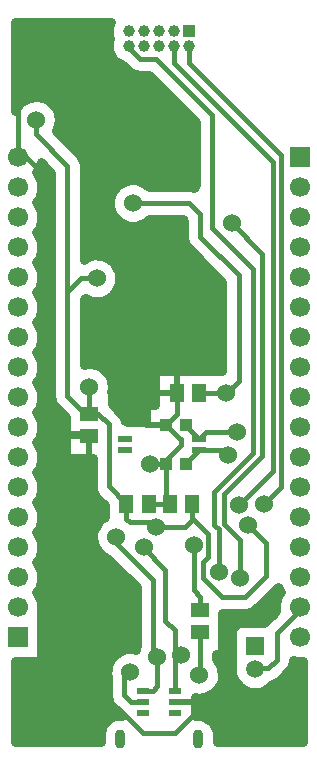
<source format=gbr>
G04 DipTrace 2.4.0.2*
%INBottom.gbr*%
%MOMM*%
%ADD14C,0.406*%
%ADD15C,0.254*%
%ADD18C,0.762*%
%ADD19C,0.508*%
%ADD22R,1.3X1.5*%
%ADD23R,1.5X1.3*%
%ADD25R,1.1X1.0*%
%ADD26R,1.7X1.7*%
%ADD27C,1.7*%
%ADD29O,0.9X1.6*%
%ADD32R,1.0X1.0*%
%ADD33C,1.0*%
%ADD35R,1.5X1.5*%
%ADD36C,1.5*%
%ADD40R,1.1X0.6*%
%ADD43R,1.2X0.6*%
%ADD44C,1.524*%
%FSLAX53Y53*%
G04*
G71*
G90*
G75*
G01*
%LNBottom*%
%LPD*%
X7565Y31352D2*
D15*
X7747D1*
X7955Y31560D1*
X7552Y29100D2*
D14*
X7565Y31352D1*
X21009Y19679D2*
D15*
X21351Y20056D1*
Y19793D1*
X16301Y21482D2*
D14*
Y20270D1*
X17670Y18902D1*
Y16989D1*
X17195Y16513D1*
Y15173D1*
X18793Y13574D1*
X20774D1*
X22536Y15335D1*
Y18152D1*
X21009Y19679D1*
X13257Y19517D2*
X12893Y19881D1*
X11023D1*
X10726Y20177D1*
Y21462D1*
X7552Y29100D2*
X8340D1*
X9256Y28184D1*
Y22933D1*
X10726Y21462D1*
X13257Y19517D2*
X15736D1*
X16301Y20082D1*
Y20270D1*
X3068Y53968D2*
Y52743D1*
X5741Y50069D1*
Y39399D1*
X6899Y40556D1*
X8214D1*
X7552Y29100D2*
X7262D1*
X5741Y30620D1*
Y39399D1*
X4521Y61417D2*
Y61341D1*
X4623Y61239D1*
X14099Y24850D2*
Y25159D1*
X15347Y26407D1*
Y26973D1*
X15253D1*
X14099Y28127D1*
X14401Y21482D2*
X14382Y21462D1*
X12626D1*
X14401Y21482D2*
X14099Y21784D1*
Y24850D1*
Y28127D2*
X15014Y29043D1*
Y30816D1*
X14099Y24850D2*
X12735D1*
X23114Y2371D2*
X19599D1*
X18378Y3592D1*
X17442D1*
X16353D1*
X14834Y2073D1*
X12100D1*
X10024Y4149D1*
X2985D1*
X1770Y2934D1*
X7552Y27200D2*
Y8716D1*
X2985Y4149D1*
X1524Y50800D2*
X2247D1*
X3813Y49234D1*
Y29507D1*
X5896Y27424D1*
X7328D1*
X7552Y27200D1*
X15014Y30816D2*
Y39912D1*
X8483Y46443D1*
Y47783D1*
Y53777D1*
X5305Y56955D1*
X10995D1*
X14812Y4674D2*
X16361D1*
X17442Y3592D1*
X1524Y50800D2*
Y55409D1*
X4178Y58062D1*
X4521Y58406D1*
Y61341D1*
X10062Y49663D2*
Y49362D1*
X8483Y47783D1*
X5305Y56955D2*
X4178Y58062D1*
X22881Y12251D2*
X21246D1*
X18961Y9965D1*
Y4175D1*
X18378Y3592D1*
X19205Y30816D2*
X16914D1*
X19205D2*
X20246Y31857D1*
Y40805D1*
X16984Y44067D1*
Y45996D1*
X16059Y46921D1*
X11276D1*
X16886Y6983D2*
X16947Y7044D1*
Y10564D1*
X11065Y7244D2*
X10559Y6737D1*
Y5256D1*
X11140Y4674D1*
X12112D1*
X25400Y12700D2*
X25668D1*
X23484Y10516D1*
Y8261D1*
X22748Y7524D1*
X21666D1*
X21597Y7455D1*
X14732Y60198D2*
Y58779D1*
X23108Y50403D1*
Y24228D1*
X20255Y21374D1*
X22392Y21451D2*
D15*
Y21672D1*
X16002Y60198D2*
D14*
Y58814D1*
X23817Y50999D1*
Y22876D1*
X22392Y21451D1*
X13348Y8519D2*
Y6025D1*
X12947Y5624D1*
X12112D1*
X13348Y8519D2*
X12973Y8894D1*
Y14993D1*
X9853Y18113D1*
Y18635D1*
X15319Y8694D2*
X14812Y8187D1*
Y5624D1*
X12213Y17829D2*
Y17677D1*
X14036Y15854D1*
Y11550D1*
X14846Y10740D1*
Y9166D1*
X15319Y8694D1*
X16441Y18004D2*
Y14154D1*
X16985Y13611D1*
Y12502D1*
X16947Y12464D1*
X19335Y25570D2*
D15*
Y25801D1*
X19250Y25885D1*
X15798Y24850D2*
D14*
Y24890D1*
X16916Y26008D1*
X18897D1*
X19335Y25570D1*
X20062Y27498D2*
D15*
Y27740D1*
X20026Y27776D1*
X15798Y28127D2*
D14*
Y28025D1*
X16916Y26908D1*
X20062Y27498D2*
X17506D1*
X16916Y26908D1*
X18567Y15697D2*
D15*
X18669Y15621D1*
X18898Y15392D1*
X18567Y15697D2*
D14*
Y19300D1*
X18176Y19691D1*
Y22472D1*
X21488Y25784D1*
Y41304D1*
X18009Y44782D1*
Y54342D1*
X13206Y59145D1*
X11867D1*
X10815Y60198D1*
X10922D1*
X20371Y15138D2*
D15*
Y15088D1*
X19671Y45226D2*
D14*
Y44867D1*
X19761Y44957D1*
X20371Y15138D2*
Y18382D1*
X18996Y19756D1*
Y22296D1*
X22247Y25547D1*
Y42650D1*
X19671Y45226D1*
D44*
X7565Y31352D3*
D3*
X21009Y19679D3*
D3*
X13257Y19517D3*
D3*
X3068Y53968D3*
X8214Y40556D3*
X4521Y61417D3*
X12735Y24850D3*
X1770Y2934D3*
X23114Y2371D3*
X10995Y56955D3*
X10062Y49663D3*
X22881Y12251D3*
X19205Y30816D3*
X11276Y46921D3*
X19205Y30816D3*
X16886Y6983D3*
X11065Y7244D3*
X20255Y21374D3*
X22392Y21451D3*
D3*
X13348Y8519D3*
X9853Y18635D3*
X13348Y8519D3*
X9853Y18635D3*
X15319Y8694D3*
X12213Y17829D3*
X15319Y8694D3*
X16441Y18004D3*
X19335Y25570D3*
D3*
X20062Y27498D3*
D3*
X18567Y15697D3*
D3*
X20371Y15138D3*
X19671Y45226D3*
X20371Y15138D3*
X19671Y45226D3*
X1346Y61471D2*
D18*
X9168D1*
X1346Y60713D2*
X9251D1*
X1346Y59954D2*
X9189D1*
X1346Y59195D2*
X9512D1*
X1346Y58437D2*
X10553D1*
X1346Y57678D2*
X12647D1*
X1346Y56919D2*
X13407D1*
X1346Y56161D2*
X14168D1*
X4445Y55402D2*
X14928D1*
X4956Y54643D2*
X15689D1*
X5081Y53885D2*
X16449D1*
X4883Y53126D2*
X16553D1*
X5466Y52367D2*
X16553D1*
X6226Y51609D2*
X16553D1*
X6956Y50850D2*
X16553D1*
X7195Y50091D2*
X16553D1*
X3320Y49333D2*
X4293D1*
X7195D2*
X16553D1*
X3601Y48574D2*
X4293D1*
X7195D2*
X10199D1*
X12362D2*
X16553D1*
X3570Y47815D2*
X4293D1*
X7195D2*
X9480D1*
X3226Y47057D2*
X4293D1*
X7195D2*
X9272D1*
X3539Y46298D2*
X4293D1*
X7195D2*
X9366D1*
X3612Y45539D2*
X4293D1*
X7195D2*
X9845D1*
X12706D2*
X15418D1*
X3393Y44781D2*
X4293D1*
X7195D2*
X15532D1*
X3435Y44022D2*
X4293D1*
X7195D2*
X15532D1*
X3622Y43263D2*
X4293D1*
X7195D2*
X15793D1*
X3508Y42505D2*
X4293D1*
X7195D2*
X16522D1*
X3299Y41746D2*
X4293D1*
X9820D2*
X17282D1*
X3591Y40987D2*
X4293D1*
X10174D2*
X18043D1*
X3581Y40229D2*
X4293D1*
X10195D2*
X18793D1*
X3247Y39470D2*
X4293D1*
X9893D2*
X18793D1*
X3528Y38711D2*
X4293D1*
X8872D2*
X18793D1*
X3622Y37953D2*
X4293D1*
X7195D2*
X18793D1*
X3414Y37194D2*
X4293D1*
X7195D2*
X18793D1*
X3424Y36435D2*
X4293D1*
X7195D2*
X18793D1*
X3622Y35677D2*
X4293D1*
X7195D2*
X18793D1*
X3518Y34918D2*
X4293D1*
X7195D2*
X18793D1*
X3268Y34159D2*
X4293D1*
X7195D2*
X18793D1*
X3591Y33401D2*
X4293D1*
X7195D2*
X18793D1*
X3591Y32642D2*
X4293D1*
X9081D2*
X13116D1*
X3278Y31883D2*
X4293D1*
X9497D2*
X13116D1*
X3518Y31125D2*
X4293D1*
X9560D2*
X13116D1*
X3622Y30366D2*
X4314D1*
X9549D2*
X13116D1*
X3424Y29607D2*
X4730D1*
X9851D2*
X12303D1*
X3403Y28849D2*
X5491D1*
X10539D2*
X12303D1*
X3622Y28090D2*
X5553D1*
X3528Y27331D2*
X5553D1*
X3247Y26573D2*
X5553D1*
X3581Y25814D2*
X5553D1*
X3591Y25055D2*
X7803D1*
X3299Y24297D2*
X7803D1*
X3508Y23538D2*
X7803D1*
X3622Y22779D2*
X7814D1*
X3445Y22021D2*
X8147D1*
X3393Y21262D2*
X8824D1*
X3612Y20503D2*
X8824D1*
X3539Y19745D2*
X8189D1*
X3226Y18986D2*
X7876D1*
X3570Y18227D2*
X7887D1*
X3601Y17469D2*
X8230D1*
X3320Y16710D2*
X9230D1*
X3497Y15951D2*
X9991D1*
X3622Y15193D2*
X10751D1*
X3456Y14434D2*
X11512D1*
X3372Y13675D2*
X11522D1*
X22903D2*
X23553D1*
X3612Y12917D2*
X11522D1*
X22143D2*
X23314D1*
X3622Y12158D2*
X11522D1*
X18945D2*
X23105D1*
X3622Y11399D2*
X11522D1*
X18945D2*
X22355D1*
X3622Y10641D2*
X11522D1*
X18945D2*
X19595D1*
X3622Y9882D2*
X11522D1*
X18945D2*
X19595D1*
X3622Y9123D2*
X10532D1*
X18945D2*
X19595D1*
X3622Y8365D2*
X9407D1*
X18403D2*
X19595D1*
X1346Y7606D2*
X9084D1*
X18799D2*
X19595D1*
X24768D2*
X25574D1*
X1346Y6847D2*
X9095D1*
X18893D2*
X19699D1*
X24091D2*
X25574D1*
X1346Y6089D2*
X9105D1*
X18674D2*
X20168D1*
X23028D2*
X25574D1*
X1346Y5330D2*
X9105D1*
X17966D2*
X25574D1*
X1346Y4571D2*
X9293D1*
X16612D2*
X25574D1*
X1346Y3813D2*
X9980D1*
X16612D2*
X25574D1*
X1346Y3054D2*
X8970D1*
X17956D2*
X25574D1*
X1346Y2295D2*
X8522D1*
X18403D2*
X25574D1*
X1346Y1537D2*
X8459D1*
X18466D2*
X25574D1*
X23822Y13975D2*
X23630Y14259D1*
X23557Y14421D1*
X22095Y12947D1*
X21748Y12601D1*
X21486Y12395D1*
X21183Y12259D1*
X20774Y12197D1*
X18862D1*
X18871Y10388D1*
Y8741D1*
X18318D1*
X18324Y8283D1*
X18484Y8076D1*
X18647Y7786D1*
X18759Y7472D1*
X18822Y6983D1*
X18793Y6651D1*
X18708Y6329D1*
X18569Y6027D1*
X18380Y5753D1*
X18147Y5515D1*
X17877Y5320D1*
X17578Y5175D1*
X17258Y5083D1*
X16927Y5048D1*
X16544Y5082D1*
X16535Y4348D1*
Y3479D1*
X16778Y3497D1*
X17109Y3460D1*
X17425Y3356D1*
X17713Y3190D1*
X17961Y2968D1*
X18159Y2701D1*
X18298Y2398D1*
X18373Y2074D1*
X18385Y1259D1*
X19889Y1270D1*
X25649D1*
X25654Y8149D1*
X25245Y8142D1*
X24867Y8212D1*
X24797Y7844D1*
X24658Y7542D1*
X24458Y7287D1*
X23721Y6551D1*
X23460Y6346D1*
X23060Y6185D1*
X22843Y5989D1*
X22571Y5797D1*
X22271Y5653D1*
X21950Y5564D1*
X21619Y5532D1*
X21287Y5557D1*
X20964Y5639D1*
X20660Y5775D1*
X20385Y5962D1*
X20145Y6193D1*
X19950Y6463D1*
X19803Y6762D1*
X19710Y7081D1*
X19682Y7527D1*
X19674Y8865D1*
Y11379D1*
X22413D1*
X23218Y12197D1*
X23402Y12381D1*
X23377Y12676D1*
X23400Y13009D1*
X23478Y13332D1*
X23608Y13639D1*
X23834Y13974D1*
X7125Y33236D2*
X7444Y33284D1*
X7777Y33276D1*
X8104Y33211D1*
X8414Y33092D1*
X8700Y32920D1*
X8952Y32703D1*
X9162Y32445D1*
X9326Y32155D1*
X9438Y31841D1*
X9500Y31352D1*
X9447Y30923D1*
X9476D1*
Y29913D1*
X10229Y29158D1*
X10434Y28896D1*
X10595Y28496D1*
X10843Y28381D1*
X12375Y28387D1*
Y29800D1*
X13190D1*
X13191Y32739D1*
X18738D1*
Y32687D1*
X18868Y32715D1*
X18869Y40242D1*
X16011Y43093D1*
X15806Y43355D1*
X15670Y43658D1*
X15608Y44067D1*
Y45431D1*
X15488Y45545D1*
X12632Y45544D1*
X12267Y45258D1*
X11967Y45113D1*
X11647Y45021D1*
X11316Y44986D1*
X10984Y45007D1*
X10661Y45086D1*
X10355Y45218D1*
X10077Y45401D1*
X9835Y45629D1*
X9635Y45895D1*
X9483Y46192D1*
X9385Y46510D1*
X9342Y46840D1*
X9357Y47173D1*
X9429Y47498D1*
X9555Y47806D1*
X9732Y48088D1*
X9955Y48335D1*
X10217Y48541D1*
X10510Y48698D1*
X10826Y48803D1*
X11156Y48852D1*
X11488Y48845D1*
X11815Y48780D1*
X12125Y48660D1*
X12411Y48489D1*
X12639Y48291D1*
X16059Y48297D1*
X16485Y48229D1*
X16633Y48449D1*
Y53772D1*
X12638Y57766D1*
X11867Y57769D1*
X11537Y57809D1*
X11227Y57927D1*
X10894Y58172D1*
X10489Y58577D1*
X10238Y58671D1*
X9949Y58836D1*
X9699Y59056D1*
X9497Y59320D1*
X9352Y59619D1*
X9268Y59942D1*
X9250Y60274D1*
X9298Y60603D1*
X9379Y60828D1*
X9268Y61212D1*
X9250Y61544D1*
X9298Y61873D1*
X9437Y62231D1*
X1275Y62230D1*
X1270Y54684D1*
X1524Y55135D1*
X1747Y55382D1*
X2009Y55588D1*
X2302Y55745D1*
X2618Y55850D1*
X2947Y55900D1*
X3280Y55892D1*
X3607Y55827D1*
X3917Y55707D1*
X4203Y55536D1*
X4455Y55318D1*
X4666Y55060D1*
X4829Y54770D1*
X4941Y54457D1*
X5004Y53968D1*
X4975Y53636D1*
X4890Y53314D1*
X4745Y53003D1*
X6715Y51043D1*
X6920Y50781D1*
X7056Y50478D1*
X7118Y50069D1*
Y42142D1*
X7449Y42333D1*
X7764Y42438D1*
X8094Y42488D1*
X8427Y42480D1*
X8753Y42415D1*
X9064Y42295D1*
X9349Y42124D1*
X9601Y41906D1*
X9812Y41649D1*
X9976Y41359D1*
X10087Y41045D1*
X10150Y40556D1*
X10121Y40224D1*
X10036Y39902D1*
X9897Y39600D1*
X9708Y39326D1*
X9476Y39088D1*
X9205Y38893D1*
X8906Y38748D1*
X8586Y38656D1*
X8255Y38621D1*
X7922Y38643D1*
X7599Y38721D1*
X7198Y38916D1*
X7113Y38824D1*
X7118Y33243D1*
X7444Y33284D1*
X7777Y33276D1*
X8104Y33211D1*
X8414Y33092D1*
X8700Y32920D1*
X8952Y32703D1*
X9162Y32445D1*
X9326Y32155D1*
X9438Y31841D1*
X9500Y31352D1*
X9448Y30930D1*
X9209Y16813D2*
X8932Y16933D1*
X8654Y17116D1*
X8412Y17344D1*
X8212Y17610D1*
X8060Y17906D1*
X7962Y18224D1*
X7919Y18555D1*
X7934Y18887D1*
X8006Y19212D1*
X8132Y19520D1*
X8309Y19802D1*
X8532Y20050D1*
X8895Y20309D1*
X8903Y21341D1*
X8282Y21959D1*
X8077Y22221D1*
X7941Y22524D1*
X7879Y22933D1*
X7876Y25376D1*
X5629D1*
Y28786D1*
X4768Y29647D1*
X4563Y29909D1*
X4427Y30212D1*
X4365Y30620D1*
Y49493D1*
X3494Y50370D1*
X3439Y50145D1*
X3273Y49782D1*
X3099Y49530D1*
X3282Y49261D1*
X3423Y48959D1*
X3512Y48638D1*
X3547Y48260D1*
X3520Y47928D1*
X3439Y47605D1*
X3305Y47300D1*
X3103Y46998D1*
X3282Y46721D1*
X3423Y46419D1*
X3512Y46098D1*
X3547Y45720D1*
X3520Y45388D1*
X3439Y45065D1*
X3305Y44760D1*
X3103Y44458D1*
X3282Y44181D1*
X3423Y43879D1*
X3512Y43558D1*
X3547Y43180D1*
X3520Y42848D1*
X3439Y42525D1*
X3305Y42220D1*
X3103Y41918D1*
X3282Y41641D1*
X3423Y41339D1*
X3512Y41018D1*
X3547Y40640D1*
X3520Y40308D1*
X3439Y39985D1*
X3305Y39680D1*
X3103Y39378D1*
X3282Y39101D1*
X3423Y38799D1*
X3512Y38478D1*
X3547Y38100D1*
X3520Y37768D1*
X3439Y37445D1*
X3305Y37140D1*
X3103Y36838D1*
X3282Y36561D1*
X3423Y36259D1*
X3512Y35938D1*
X3547Y35560D1*
X3520Y35228D1*
X3439Y34905D1*
X3305Y34600D1*
X3103Y34298D1*
X3282Y34021D1*
X3423Y33719D1*
X3512Y33398D1*
X3547Y33020D1*
X3520Y32688D1*
X3439Y32365D1*
X3305Y32060D1*
X3103Y31758D1*
X3282Y31481D1*
X3423Y31179D1*
X3512Y30858D1*
X3547Y30480D1*
X3520Y30148D1*
X3439Y29825D1*
X3305Y29520D1*
X3103Y29218D1*
X3282Y28941D1*
X3423Y28639D1*
X3512Y28318D1*
X3547Y27940D1*
X3520Y27608D1*
X3439Y27285D1*
X3305Y26980D1*
X3103Y26678D1*
X3282Y26401D1*
X3423Y26099D1*
X3512Y25778D1*
X3547Y25400D1*
X3520Y25068D1*
X3439Y24745D1*
X3305Y24440D1*
X3103Y24138D1*
X3282Y23861D1*
X3423Y23559D1*
X3512Y23238D1*
X3547Y22860D1*
X3520Y22528D1*
X3439Y22205D1*
X3305Y21900D1*
X3103Y21598D1*
X3282Y21321D1*
X3423Y21019D1*
X3512Y20698D1*
X3547Y20320D1*
X3520Y19988D1*
X3439Y19665D1*
X3305Y19360D1*
X3103Y19058D1*
X3282Y18781D1*
X3423Y18479D1*
X3512Y18158D1*
X3547Y17780D1*
X3520Y17448D1*
X3439Y17125D1*
X3305Y16820D1*
X3103Y16518D1*
X3282Y16241D1*
X3423Y15939D1*
X3512Y15618D1*
X3547Y15240D1*
X3520Y14908D1*
X3439Y14585D1*
X3305Y14280D1*
X3103Y13978D1*
X3282Y13701D1*
X3423Y13399D1*
X3512Y13078D1*
X3547Y12700D1*
X3520Y12368D1*
X3472Y12176D1*
X3547Y12183D1*
Y8137D1*
X1266D1*
X1270Y1267D1*
X8545Y1270D1*
X8549Y1874D1*
X8555Y2106D1*
X8636Y2429D1*
X8781Y2728D1*
X8985Y2992D1*
X9237Y3208D1*
X9529Y3369D1*
X9847Y3467D1*
X10178Y3497D1*
X10395Y3473D1*
X9585Y4283D1*
X9380Y4544D1*
X9244Y4848D1*
X9182Y5256D1*
X9174Y6833D1*
X9131Y7163D1*
X9146Y7496D1*
X9218Y7821D1*
X9344Y8129D1*
X9521Y8411D1*
X9744Y8658D1*
X10006Y8864D1*
X10299Y9021D1*
X10615Y9126D1*
X10945Y9175D1*
X11277Y9168D1*
X11512Y9121D1*
X11596Y9561D1*
Y14425D1*
X9208Y16812D1*
X8932Y16933D1*
X8654Y17116D1*
X8412Y17344D1*
X8212Y17610D1*
X8060Y17906D1*
X7962Y18224D1*
X7919Y18555D1*
X7934Y18887D1*
X8006Y19212D1*
X8132Y19520D1*
X8309Y19802D1*
X8532Y20050D1*
X8895Y20309D1*
X7552Y27200D2*
D19*
Y25377D1*
X5630Y27200D2*
X7552D1*
X15014Y32738D2*
Y30816D1*
X13192D2*
X15014D1*
X12376Y28127D2*
X14099D1*
X14812Y4674D2*
X16534D1*
D22*
X10726Y21462D3*
X12626D3*
D23*
X7552Y29100D3*
Y27200D3*
D22*
X16914Y30816D3*
X15014D3*
D25*
X15798Y24850D3*
X14099D3*
X15798Y28127D3*
X14099D3*
D26*
X1524Y10160D3*
D27*
Y12700D3*
Y15240D3*
Y17780D3*
Y20320D3*
Y22860D3*
Y25400D3*
Y27940D3*
Y30480D3*
Y33020D3*
Y35560D3*
Y38100D3*
Y40640D3*
Y43180D3*
Y45720D3*
Y48260D3*
Y50800D3*
D26*
X25400D3*
D27*
Y48260D3*
Y45720D3*
Y43180D3*
Y40640D3*
Y38100D3*
Y35560D3*
Y33020D3*
Y30480D3*
Y27940D3*
Y25400D3*
Y22860D3*
Y20320D3*
Y17780D3*
Y15240D3*
Y12700D3*
Y10160D3*
D29*
X10162Y1524D3*
X16762D3*
D32*
X16002Y61468D3*
D33*
X14732D3*
X13462D3*
X12192D3*
X10922D3*
X16002Y60198D3*
X14732D3*
X13462D3*
X12192D3*
X10922D3*
D35*
X21597Y9455D3*
D36*
Y7455D3*
D23*
X16947Y10564D3*
Y12464D3*
D40*
X14812Y5624D3*
Y4674D3*
Y3724D3*
X12112D3*
Y4674D3*
Y5624D3*
D43*
X16916Y26908D3*
X10616D3*
X16916Y26008D3*
X10616D3*
D22*
X16301Y21482D3*
X14401D3*
M02*

</source>
